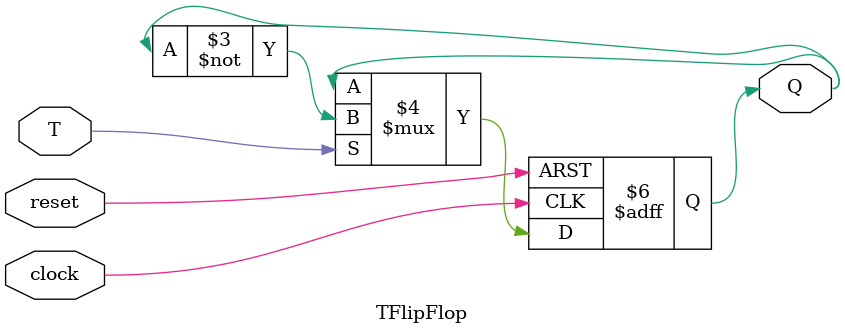
<source format=v>
module part1(Clock, Enable, Clear_b, CounterValue);
input Clock, Enable, Clear_b;
output [7:0] CounterValue;
wire W1, W2, W3, W4, W5, W6, W7, W8, W9, W10, W11, W12, W13, W14, W15, W16, W17;

assign W1 = Enable & W10;
assign W2 = W1 & W11;
assign W3 = W2 & W12;
assign W4 = W3 & W13;
assign W5 = W4 & W14;
assign W6 = W5 & W15;
assign W7 = W6 & W16;
assign W8 = W7 & W17;

TFlipFlop T1(.T(Enable),.clock(Clock),.reset(Clear_b),.Q(W10));
TFlipFlop T2(.T(W1),.clock(Clock),.reset(Clear_b),.Q(W11));
TFlipFlop T3(.T(W2),.clock(Clock),.reset(Clear_b),.Q(W12));
TFlipFlop T4(.T(W3),.clock(Clock),.reset(Clear_b),.Q(W13));
TFlipFlop T5(.T(W4),.clock(Clock),.reset(Clear_b),.Q(W14));
TFlipFlop T6(.T(W5),.clock(Clock),.reset(Clear_b),.Q(W15));
TFlipFlop T7(.T(W6),.clock(Clock),.reset(Clear_b),.Q(W16));
TFlipFlop T8(.T(W7),.clock(Clock),.reset(Clear_b),.Q(W17));

assign CounterValue[0] = W10;
assign CounterValue[1] = W11;
assign CounterValue[2] = W12;
assign CounterValue[3] = W13;
assign CounterValue[4] = W14;
assign CounterValue[5] = W15;
assign CounterValue[6] = W16;
assign CounterValue[7] = W17;

endmodule

module TFlipFlop(T, clock, reset, Q);
input T, clock, reset;
output reg Q;

	always @(posedge clock, negedge reset)
	begin

		if(reset == 0)
			Q <= 1'b0;

		else if (T)
			Q <= ~Q;
	end

endmodule

</source>
